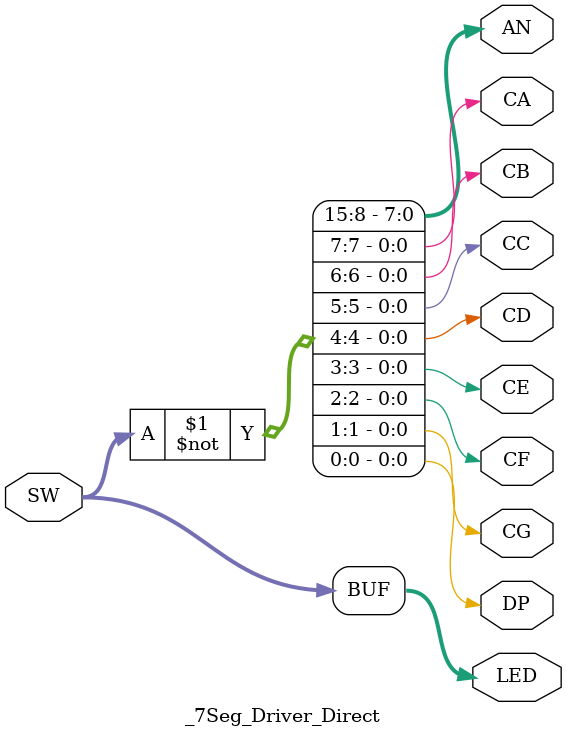
<source format=v>
`timescale 1ns / 1ps


module _7Seg_Driver_Direct(SW, CA, CB, CC, CD, CE, CF, CG, DP, AN, LED);
    input [15:0] SW;                          // 16Î»²¦¶¯¿ª¹Ø
	output CA, CB, CC, CD, CE, CF, CG, DP;  // 7¶ÎÊýÂë¹ÜÇý¶¯£¬µÍµçÆ½ÓÐÐ§
	output [7:0] AN;                          // 7¶ÎÊýÂë¹ÜÆ¬Ñ¡ÐÅºÅ£¬µÍµçÆ½ÓÐÐ§
	output [15:0] LED;                        // 16Î»LEDÏÔÊ¾£¬¸ßµçÆ½ÓÐÐ§
    assign {AN, CA, CB, CC, CD, CE, CF, CG, DP} = ~SW;
    assign LED = SW;
endmodule

</source>
